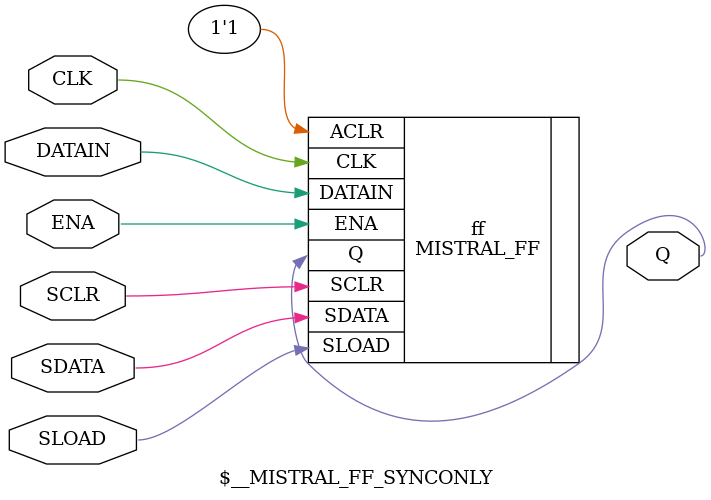
<source format=v>

(* abc9_flop, lib_whitebox *)
module $__MISTRAL_FF_SYNCONLY (
    input DATAIN, CLK, ENA, SCLR, SLOAD, SDATA,
    output reg Q
);

MISTRAL_FF ff (.DATAIN(DATAIN), .CLK(CLK), .ENA(ENA), .ACLR(1'b1), .SCLR(SCLR), .SLOAD(SLOAD), .SDATA(SDATA), .Q(Q));

endmodule

</source>
